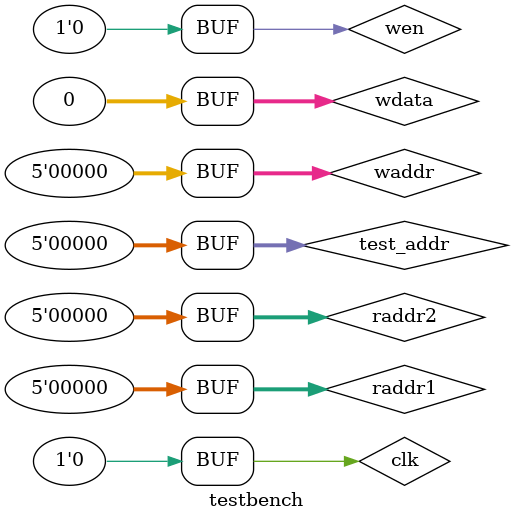
<source format=v>
`timescale 1ns / 1ps


module testbench;

	// Inputs
	reg clk;
	reg wen;
	reg [4:0] raddr1;
	reg [4:0] raddr2;
	reg [4:0] waddr;
	reg [31:0] wdata;
	reg [4:0] test_addr;

	// Outputs
	wire [31:0] rdata1;
	wire [31:0] rdata2;
	wire [31:0] test_data;

	// Instantiate the Unit Under Test (UUT)
	regfile uut (
		.clk(clk), 
		.wen(wen), 
		.raddr1(raddr1), 
		.raddr2(raddr2), 
		.waddr(waddr), 
		.wdata(wdata), 
		.rdata1(rdata1), 
		.rdata2(rdata2), 
		.test_addr(test_addr), 
		.test_data(test_data)
	);

	initial begin
		// Initialize Inputs
		clk = 0;
		wen = 0;
		raddr1 = 0;
		raddr2 = 0;
		waddr = 0;
		wdata = 0;
		test_addr = 0;

		// Wait 100 ns for global reset to finish
		#100;
        
		// Add stimulus here

	end
      
endmodule


</source>
